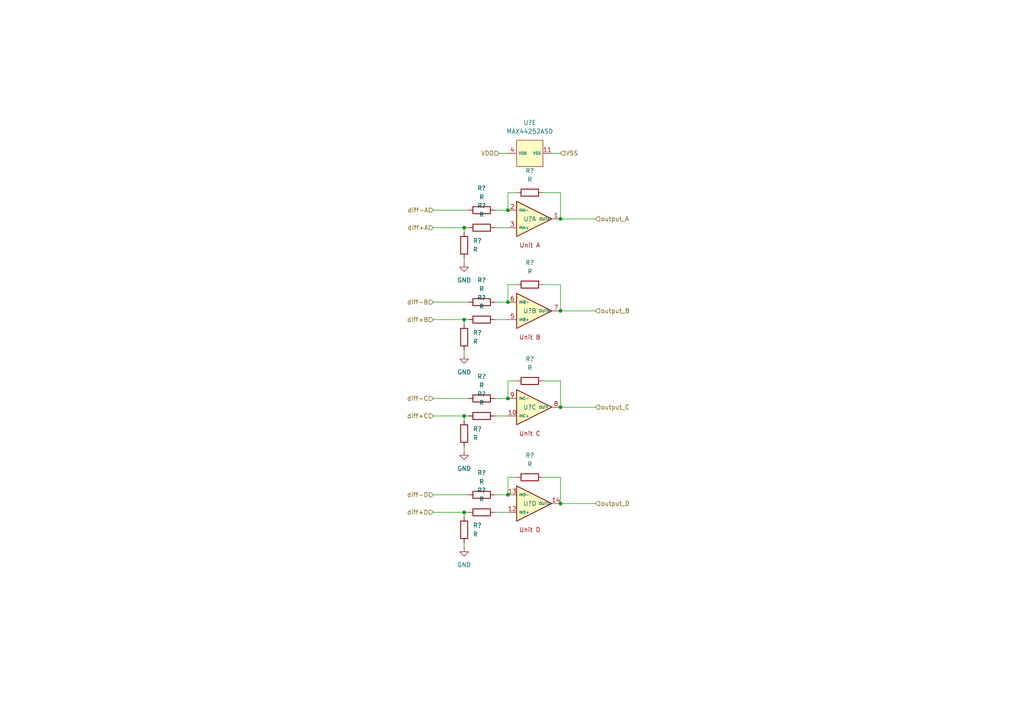
<source format=kicad_sch>
(kicad_sch (version 20210621) (generator eeschema)
  (paper "A4")
  (lib_symbols
    (symbol "Device:R" (pin_numbers hide) (pin_names (offset 0))
      (property "Reference" "R" (at 2.032 0 90))
      (property "Value" "R" (at 0 0 90))
      (symbol "R_0_1"
        (rectangle (start -1.016 -2.54) (end 1.016 2.54) (stroke (width 0.254)))
      )
      (symbol "R_1_1"
        (pin passive line (at 0 3.81 270) (length 1.27) (name "~") (number "1"))
        (pin passive line (at 0 -3.81 90) (length 1.27) (name "~") (number "2"))
      )
    )
    (symbol "MAX44252ASD_Custom:MAX44252ASD"
      (property "Reference" "U" (at 1.905 0 0))
      (property "Value" "MAX44252ASD" (at -11.43 0 0))
      (symbol "MAX44252ASD_1_1"
        (text "Unit A" (at 0 -7.62 0) (effects (font (size 1.27 1.27))))
        (polyline (pts (xy -3.81 5.08) (xy 6.35 0) (xy -3.81 -5.08) (xy -3.81 5.08)) (stroke (width 0.254)) (fill (type background)))
        (pin output line (at 8.89 0 180) (length 2.54) (name "OUTA") (number "1"))
        (pin input line (at -6.35 2.54 0) (length 2.54) (name "INA-") (number "2"))
        (pin input line (at -6.35 -2.54 0) (length 2.54) (name "INA+") (number "3"))
      )
      (symbol "MAX44252ASD_2_1"
        (text "Unit B" (at 0 -7.62 0) (effects (font (size 1.27 1.27))))
        (polyline (pts (xy -3.81 5.08) (xy 6.35 0) (xy -3.81 -5.08) (xy -3.81 5.08)) (stroke (width 0.254)) (fill (type background)))
        (pin input line (at -6.35 -2.54 0) (length 2.54) (name "INB+") (number "5"))
        (pin input line (at -6.35 2.54 0) (length 2.54) (name "INB-") (number "6"))
        (pin output line (at 8.89 0 180) (length 2.54) (name "OUTB") (number "7"))
      )
      (symbol "MAX44252ASD_3_1"
        (text "Unit C" (at 0 -7.62 0) (effects (font (size 1.27 1.27))))
        (polyline (pts (xy -3.81 5.08) (xy 6.35 0) (xy -3.81 -5.08) (xy -3.81 5.08)) (stroke (width 0.254)) (fill (type background)))
        (pin input line (at -6.35 -2.54 0) (length 2.54) (name "INC+") (number "10"))
        (pin output line (at 8.89 0 180) (length 2.54) (name "OUTC") (number "8"))
        (pin input line (at -6.35 2.54 0) (length 2.54) (name "INC-") (number "9"))
      )
      (symbol "MAX44252ASD_4_1"
        (text "Unit D" (at 0 -7.62 0) (effects (font (size 1.27 1.27))))
        (polyline (pts (xy -3.81 5.08) (xy 6.35 0) (xy -3.81 -5.08) (xy -3.81 5.08)) (stroke (width 0.254)) (fill (type background)))
        (pin input line (at -6.35 -2.54 0) (length 2.54) (name "IND+") (number "12"))
        (pin input line (at -6.35 2.54 0) (length 2.54) (name "IND-") (number "13"))
        (pin output line (at 8.89 0 180) (length 2.54) (name "OUTD") (number "14"))
      )
      (symbol "MAX44252ASD_5_1"
        (rectangle (start -3.81 3.81) (end 3.81 -3.81) (stroke (width 0.1524)) (fill (type background)))
        (pin power_in line (at 0 -6.35 90) (length 2.54) (name "VSS") (number "11"))
        (pin power_in line (at 0 6.35 270) (length 2.54) (name "VDD") (number "4"))
      )
    )
    (symbol "power:GND" (power) (pin_names (offset 0))
      (property "Value" "GND" (at 0 -3.81 0))
      (symbol "GND_0_1"
        (polyline (pts (xy 0 0) (xy 0 -1.27) (xy 1.27 -1.27) (xy 0 -2.54) (xy -1.27 -1.27) (xy 0 -1.27)))
      )
      (symbol "GND_1_1"
        (pin power_in line (at 0 0 270) (length 0) hide (name "GND") (number "1"))
      )
    )
  )
  (junction (at 134.62 66.04))
  (junction (at 134.62 92.71))
  (junction (at 134.62 120.65))
  (junction (at 134.62 148.59))
  (junction (at 147.32 60.96))
  (junction (at 147.32 87.63))
  (junction (at 147.32 115.57))
  (junction (at 147.32 143.51))
  (junction (at 162.56 63.5))
  (junction (at 162.56 90.17))
  (junction (at 162.56 118.11))
  (junction (at 162.56 146.05))
  (wire (pts (xy 125.73 60.96) (xy 135.89 60.96)))
  (wire (pts (xy 125.73 66.04) (xy 134.62 66.04)))
  (wire (pts (xy 125.73 87.63) (xy 135.89 87.63)))
  (wire (pts (xy 125.73 92.71) (xy 134.62 92.71)))
  (wire (pts (xy 125.73 115.57) (xy 135.89 115.57)))
  (wire (pts (xy 125.73 120.65) (xy 134.62 120.65)))
  (wire (pts (xy 125.73 143.51) (xy 135.89 143.51)))
  (wire (pts (xy 125.73 148.59) (xy 134.62 148.59)))
  (wire (pts (xy 134.62 66.04) (xy 134.62 67.31)))
  (wire (pts (xy 134.62 66.04) (xy 135.89 66.04)))
  (wire (pts (xy 134.62 74.93) (xy 134.62 76.2)))
  (wire (pts (xy 134.62 92.71) (xy 134.62 93.98)))
  (wire (pts (xy 134.62 92.71) (xy 135.89 92.71)))
  (wire (pts (xy 134.62 101.6) (xy 134.62 102.87)))
  (wire (pts (xy 134.62 120.65) (xy 134.62 121.92)))
  (wire (pts (xy 134.62 120.65) (xy 135.89 120.65)))
  (wire (pts (xy 134.62 129.54) (xy 134.62 130.81)))
  (wire (pts (xy 134.62 148.59) (xy 134.62 149.86)))
  (wire (pts (xy 134.62 148.59) (xy 135.89 148.59)))
  (wire (pts (xy 134.62 157.48) (xy 134.62 158.75)))
  (wire (pts (xy 143.51 60.96) (xy 147.32 60.96)))
  (wire (pts (xy 143.51 66.04) (xy 147.32 66.04)))
  (wire (pts (xy 143.51 87.63) (xy 147.32 87.63)))
  (wire (pts (xy 143.51 92.71) (xy 147.32 92.71)))
  (wire (pts (xy 143.51 115.57) (xy 147.32 115.57)))
  (wire (pts (xy 143.51 120.65) (xy 147.32 120.65)))
  (wire (pts (xy 143.51 143.51) (xy 147.32 143.51)))
  (wire (pts (xy 143.51 148.59) (xy 147.32 148.59)))
  (wire (pts (xy 144.78 44.45) (xy 147.32 44.45)))
  (wire (pts (xy 147.32 55.88) (xy 147.32 60.96)))
  (wire (pts (xy 147.32 82.55) (xy 147.32 87.63)))
  (wire (pts (xy 147.32 110.49) (xy 147.32 115.57)))
  (wire (pts (xy 147.32 138.43) (xy 147.32 143.51)))
  (wire (pts (xy 149.86 55.88) (xy 147.32 55.88)))
  (wire (pts (xy 149.86 82.55) (xy 147.32 82.55)))
  (wire (pts (xy 149.86 110.49) (xy 147.32 110.49)))
  (wire (pts (xy 149.86 138.43) (xy 147.32 138.43)))
  (wire (pts (xy 157.48 55.88) (xy 162.56 55.88)))
  (wire (pts (xy 157.48 82.55) (xy 162.56 82.55)))
  (wire (pts (xy 157.48 110.49) (xy 162.56 110.49)))
  (wire (pts (xy 157.48 138.43) (xy 162.56 138.43)))
  (wire (pts (xy 160.02 44.45) (xy 162.56 44.45)))
  (wire (pts (xy 162.56 55.88) (xy 162.56 63.5)))
  (wire (pts (xy 162.56 63.5) (xy 172.72 63.5)))
  (wire (pts (xy 162.56 82.55) (xy 162.56 90.17)))
  (wire (pts (xy 162.56 90.17) (xy 172.72 90.17)))
  (wire (pts (xy 162.56 110.49) (xy 162.56 118.11)))
  (wire (pts (xy 162.56 118.11) (xy 172.72 118.11)))
  (wire (pts (xy 162.56 138.43) (xy 162.56 146.05)))
  (wire (pts (xy 162.56 146.05) (xy 172.72 146.05)))
  (hierarchical_label "diff-A" (shape input) (at 125.73 60.96 180))
  (hierarchical_label "diff+A" (shape input) (at 125.73 66.04 180))
  (hierarchical_label "diff-B" (shape input) (at 125.73 87.63 180))
  (hierarchical_label "diff+B" (shape input) (at 125.73 92.71 180))
  (hierarchical_label "diff-C" (shape input) (at 125.73 115.57 180))
  (hierarchical_label "diff+C" (shape input) (at 125.73 120.65 180))
  (hierarchical_label "diff-D" (shape input) (at 125.73 143.51 180))
  (hierarchical_label "diff+D" (shape input) (at 125.73 148.59 180))
  (hierarchical_label "VDD" (shape input) (at 144.78 44.45 180))
  (hierarchical_label "VSS" (shape input) (at 162.56 44.45 0))
  (hierarchical_label "output_A" (shape input) (at 172.72 63.5 0))
  (hierarchical_label "output_B" (shape input) (at 172.72 90.17 0))
  (hierarchical_label "output_C" (shape input) (at 172.72 118.11 0))
  (hierarchical_label "output_D" (shape input) (at 172.72 146.05 0))
  (symbol (lib_id "power:GND") (at 134.62 76.2 0) (unit 1)
    (property "Reference" "#PWR?" (effects hide))
    (property "Value" "GND" (at 134.62 81.28 0))
  )
  (symbol (lib_id "power:GND") (at 134.62 102.87 0) (unit 1)
    (property "Reference" "#PWR?" (effects hide))
    (property "Value" "GND" (at 134.62 107.95 0))
  )
  (symbol (lib_id "power:GND") (at 134.62 130.81 0) (unit 1)
    (property "Reference" "#PWR?" (effects hide))
    (property "Value" "GND" (at 134.62 135.89 0))
  )
  (symbol (lib_id "power:GND") (at 134.62 158.75 0) (unit 1)
    (property "Reference" "#PWR?" (effects hide))
    (property "Value" "GND" (at 134.62 163.83 0))
  )
  (symbol (lib_id "Device:R") (at 134.62 71.12 0) (unit 1)
    (property "Reference" "R?" (at 137.16 69.8499 0) (effects (justify left)))
    (property "Value" "R" (at 137.16 72.3899 0) (effects (justify left)))
  )
  (symbol (lib_id "Device:R") (at 134.62 97.79 0) (unit 1)
    (property "Reference" "R?" (at 137.16 96.5199 0) (effects (justify left)))
    (property "Value" "R" (at 137.16 99.0599 0) (effects (justify left)))
  )
  (symbol (lib_id "Device:R") (at 134.62 125.73 0) (unit 1)
    (property "Reference" "R?" (at 137.16 124.4599 0) (effects (justify left)))
    (property "Value" "R" (at 137.16 126.9999 0) (effects (justify left)))
  )
  (symbol (lib_id "Device:R") (at 134.62 153.67 0) (unit 1)
    (property "Reference" "R?" (at 137.16 152.3999 0) (effects (justify left)))
    (property "Value" "R" (at 137.16 154.9399 0) (effects (justify left)))
  )
  (symbol (lib_id "Device:R") (at 139.7 60.96 270) (unit 1)
    (property "Reference" "R?" (at 139.7 54.61 90))
    (property "Value" "R" (at 139.7 57.15 90))
  )
  (symbol (lib_id "Device:R") (at 139.7 66.04 270) (unit 1)
    (property "Reference" "R?" (at 139.7 59.69 90))
    (property "Value" "R" (at 139.7 62.23 90))
  )
  (symbol (lib_id "Device:R") (at 139.7 87.63 270) (unit 1)
    (property "Reference" "R?" (at 139.7 81.28 90))
    (property "Value" "R" (at 139.7 83.82 90))
  )
  (symbol (lib_id "Device:R") (at 139.7 92.71 270) (unit 1)
    (property "Reference" "R?" (at 139.7 86.36 90))
    (property "Value" "R" (at 139.7 88.9 90))
  )
  (symbol (lib_id "Device:R") (at 139.7 115.57 270) (unit 1)
    (property "Reference" "R?" (at 139.7 109.22 90))
    (property "Value" "R" (at 139.7 111.76 90))
  )
  (symbol (lib_id "Device:R") (at 139.7 120.65 270) (unit 1)
    (property "Reference" "R?" (at 139.7 114.3 90))
    (property "Value" "R" (at 139.7 116.84 90))
  )
  (symbol (lib_id "Device:R") (at 139.7 143.51 270) (unit 1)
    (property "Reference" "R?" (at 139.7 137.16 90))
    (property "Value" "R" (at 139.7 139.7 90))
  )
  (symbol (lib_id "Device:R") (at 139.7 148.59 270) (unit 1)
    (property "Reference" "R?" (at 139.7 142.24 90))
    (property "Value" "R" (at 139.7 144.78 90))
  )
  (symbol (lib_id "Device:R") (at 153.67 55.88 270) (unit 1)
    (property "Reference" "R?" (at 153.67 49.53 90))
    (property "Value" "R" (at 153.67 52.07 90))
  )
  (symbol (lib_id "Device:R") (at 153.67 82.55 270) (unit 1)
    (property "Reference" "R?" (at 153.67 76.2 90))
    (property "Value" "R" (at 153.67 78.74 90))
  )
  (symbol (lib_id "Device:R") (at 153.67 110.49 270) (unit 1)
    (property "Reference" "R?" (at 153.67 104.14 90))
    (property "Value" "R" (at 153.67 106.68 90))
  )
  (symbol (lib_id "Device:R") (at 153.67 138.43 270) (unit 1)
    (property "Reference" "R?" (at 153.67 132.08 90))
    (property "Value" "R" (at 153.67 134.62 90))
  )
  (symbol (lib_id "MAX44252ASD_Custom:MAX44252ASD") (at 153.67 44.45 90) (unit 5)
    (property "Reference" "U?" (at 153.67 35.56 90))
    (property "Value" "MAX44252ASD" (at 153.67 38.1 90))
  )
  (symbol (lib_id "MAX44252ASD_Custom:MAX44252ASD") (at 153.67 63.5 0) (unit 1)
    (property "Reference" "U?" (at 153.67 63.5 0))
    (property "Value" "MAX44252ASD" (effects hide))
  )
  (symbol (lib_id "MAX44252ASD_Custom:MAX44252ASD") (at 153.67 90.17 0) (unit 2)
    (property "Reference" "U?" (at 153.67 90.17 0))
    (property "Value" "MAX44252ASD" (effects hide))
  )
  (symbol (lib_id "MAX44252ASD_Custom:MAX44252ASD") (at 153.67 118.11 0) (unit 3)
    (property "Reference" "U?" (at 153.67 118.11 0))
    (property "Value" "MAX44252ASD" (effects hide))
  )
  (symbol (lib_id "MAX44252ASD_Custom:MAX44252ASD") (at 153.67 146.05 0) (unit 4)
    (property "Reference" "U?" (at 153.67 146.05 0))
    (property "Value" "MAX44252ASD" (effects hide))
  )
)
</source>
